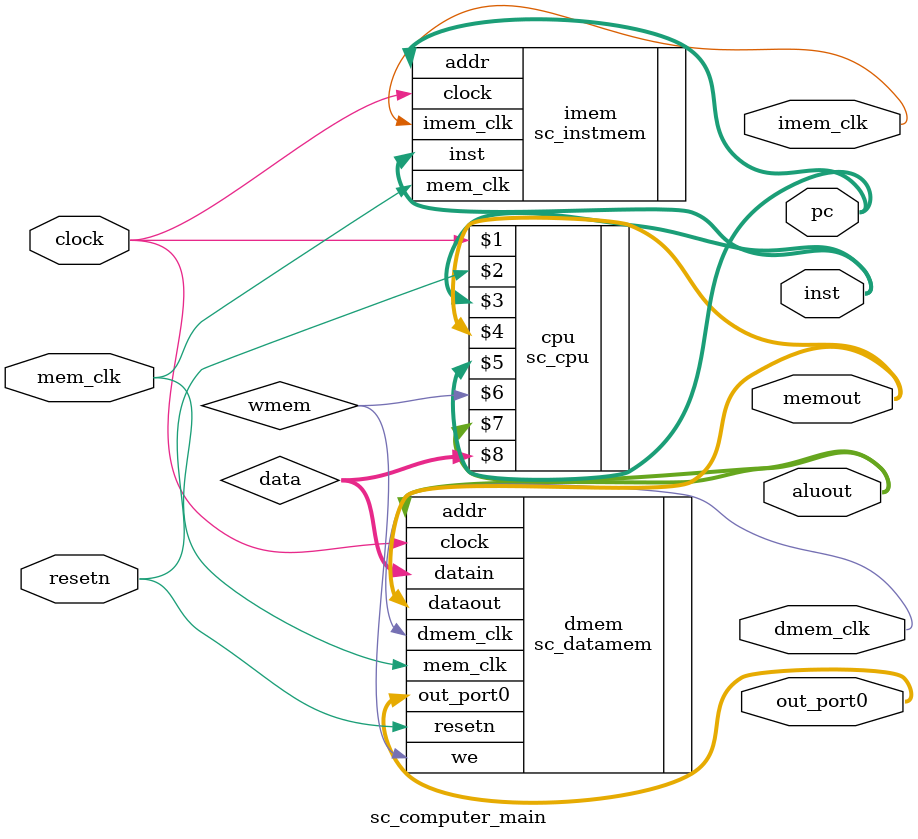
<source format=v>
`default_nettype none

module sc_computer_main (
    input resetn, 
    input clock, 
    input mem_clk, 

    output wire [31: 0] pc, 
    output wire [31: 0] inst, 
    output wire [31: 0] aluout,
    output wire [31: 0] memout,
    output wire imem_clk, 
    output wire dmem_clk, 
    output wire [31: 0] out_port0
);
    wire    [31: 0]     data;
    wire                wmem; 

    sc_cpu              cpu(clock, resetn, inst, memout, pc, wmem, aluout, data); 
    // sc_cpu(clock, resetn, inst, mem, pc, wmem, alu, data);
    sc_instmem imem(
        .addr(pc), 
        .clock(clock), 
        .mem_clk(mem_clk), 
        .inst(inst), 
        .imem_clk(imem_clk)
    ); 

    sc_datamem dmem(
        .resetn(resetn),
        .we(wmem), 
        .clock(clock), 
        .mem_clk(mem_clk),  
        .addr(aluout), 
        .datain(data), 

        .dmem_clk(dmem_clk), 
        .dataout(memout), 
        .out_port0(out_port0)
    ); 

endmodule


</source>
